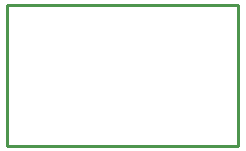
<source format=gko>
G04 Layer: BoardOutline*
G04 EasyEDA v6.1.52, Thu, 18 Jul 2019 05:10:24 GMT*
G04 901f24a5bca74c948225dbc6938cad0f,10*
G04 Gerber Generator version 0.2*
G04 Scale: 100 percent, Rotated: No, Reflected: No *
G04 Dimensions in millimeters *
G04 leading zeros omitted , absolute positions ,3 integer and 3 decimal *
%FSLAX33Y33*%
%MOMM*%
G90*
G71D02*

%ADD10C,0.254000*%
G54D10*
G01X0Y11938D02*
G01X0Y11938D01*
G01X19558Y11938D01*
G01X19558Y0D01*
G01X0Y0D01*
G01X0Y11938D01*

%LPD*%
M00*
M02*

</source>
